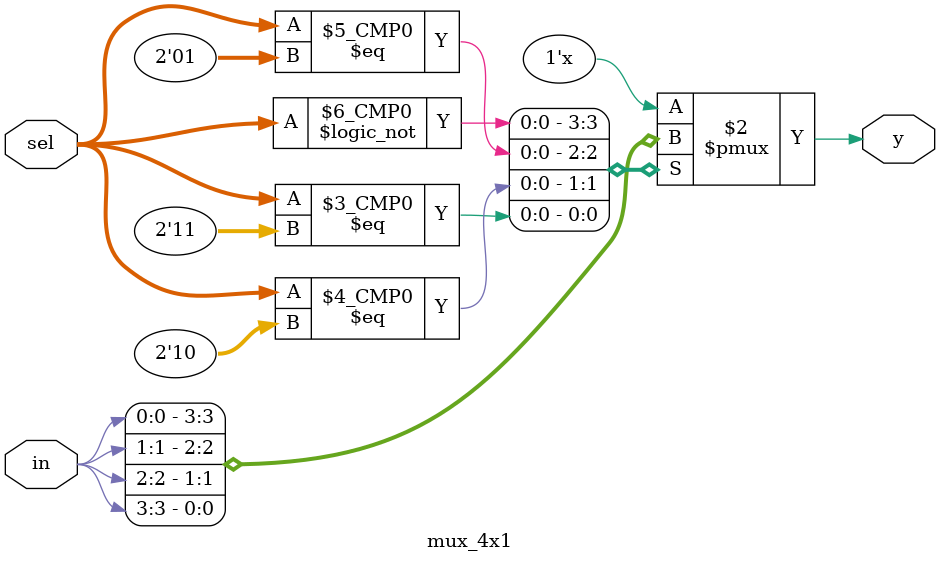
<source format=v>
`timescale 1ns / 1ps

module mux_4x1(
    input [1:0] sel,
    input [3:0] in,
    output reg y
    );
    always@(*)begin
        case(sel)
            2'b00: y=in[0];
            2'b01: y=in[1];
            2'b10: y=in[2];
            2'b11: y=in[3];
            default: y=1'bx;
        endcase
    end
endmodule
</source>
